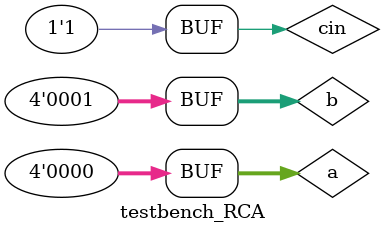
<source format=v>
`timescale 1ns / 1ps


module testbench_RCA;
    
   
     parameter width=4;
    reg [width-1:0] a;
    reg [width-1:0] b;
    wire [width-1:0] sum;
    reg cin;
    wire [width:0]cout;
    
    RCA #(.WIDTH(width))uut(.a(a),.b(b),.cin(cin),.sum(sum),.cout(cout));
    
    
    initial begin
    test1();
    end

task test1();
begin
#10;
a = 4'b0000;
b= 4'b0001;
cin=1'b1;
//#20;
//a = 8'b01000100;
//b= 8'b01000100;
//cin=1'b0;
//#30;
//a = 16'b1010101010101010;
//b = 16'b1100110011001100;
//cin=1'b1;
      

end

endtask
endmodule

</source>
